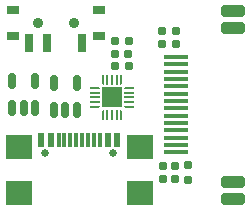
<source format=gbr>
%TF.GenerationSoftware,KiCad,Pcbnew,(6.0.9)*%
%TF.CreationDate,2023-01-31T14:43:12+01:00*%
%TF.ProjectId,keyring_beerclock,6b657972-696e-4675-9f62-656572636c6f,rev?*%
%TF.SameCoordinates,Original*%
%TF.FileFunction,Soldermask,Top*%
%TF.FilePolarity,Negative*%
%FSLAX46Y46*%
G04 Gerber Fmt 4.6, Leading zero omitted, Abs format (unit mm)*
G04 Created by KiCad (PCBNEW (6.0.9)) date 2023-01-31 14:43:12*
%MOMM*%
%LPD*%
G01*
G04 APERTURE LIST*
G04 Aperture macros list*
%AMRoundRect*
0 Rectangle with rounded corners*
0 $1 Rounding radius*
0 $2 $3 $4 $5 $6 $7 $8 $9 X,Y pos of 4 corners*
0 Add a 4 corners polygon primitive as box body*
4,1,4,$2,$3,$4,$5,$6,$7,$8,$9,$2,$3,0*
0 Add four circle primitives for the rounded corners*
1,1,$1+$1,$2,$3*
1,1,$1+$1,$4,$5*
1,1,$1+$1,$6,$7*
1,1,$1+$1,$8,$9*
0 Add four rect primitives between the rounded corners*
20,1,$1+$1,$2,$3,$4,$5,0*
20,1,$1+$1,$4,$5,$6,$7,0*
20,1,$1+$1,$6,$7,$8,$9,0*
20,1,$1+$1,$8,$9,$2,$3,0*%
%AMFreePoly0*
4,1,14,0.085355,0.385355,0.100000,0.350000,0.100000,-0.350000,0.085355,-0.385355,0.050000,-0.400000,0.000711,-0.400000,-0.034644,-0.385355,-0.085355,-0.334644,-0.100000,-0.299289,-0.100000,0.350000,-0.085355,0.385355,-0.050000,0.400000,0.050000,0.400000,0.085355,0.385355,0.085355,0.385355,$1*%
%AMFreePoly1*
4,1,14,0.085355,0.385355,0.100000,0.350000,0.100000,-0.299289,0.085355,-0.334644,0.034644,-0.385355,-0.000711,-0.400000,-0.050000,-0.400000,-0.085355,-0.385355,-0.100000,-0.350000,-0.100000,0.350000,-0.085355,0.385355,-0.050000,0.400000,0.050000,0.400000,0.085355,0.385355,0.085355,0.385355,$1*%
%AMFreePoly2*
4,1,14,0.385355,0.085355,0.400000,0.050000,0.400000,-0.050000,0.385355,-0.085355,0.350000,-0.100000,-0.350000,-0.100000,-0.385355,-0.085355,-0.400000,-0.050000,-0.400000,-0.000711,-0.385355,0.034644,-0.334644,0.085355,-0.299289,0.100000,0.350000,0.100000,0.385355,0.085355,0.385355,0.085355,$1*%
%AMFreePoly3*
4,1,14,0.385355,0.085355,0.400000,0.050000,0.400000,-0.050000,0.385355,-0.085355,0.350000,-0.100000,-0.299289,-0.100000,-0.334644,-0.085355,-0.385355,-0.034644,-0.400000,0.000711,-0.400000,0.050000,-0.385355,0.085355,-0.350000,0.100000,0.350000,0.100000,0.385355,0.085355,0.385355,0.085355,$1*%
%AMFreePoly4*
4,1,14,0.034644,0.385355,0.085355,0.334644,0.100000,0.299289,0.100000,-0.350000,0.085355,-0.385355,0.050000,-0.400000,-0.050000,-0.400000,-0.085355,-0.385355,-0.100000,-0.350000,-0.100000,0.350000,-0.085355,0.385355,-0.050000,0.400000,-0.000711,0.400000,0.034644,0.385355,0.034644,0.385355,$1*%
%AMFreePoly5*
4,1,14,0.085355,0.385355,0.100000,0.350000,0.100000,-0.350000,0.085355,-0.385355,0.050000,-0.400000,-0.050000,-0.400000,-0.085355,-0.385355,-0.100000,-0.350000,-0.100000,0.299289,-0.085355,0.334644,-0.034644,0.385355,0.000711,0.400000,0.050000,0.400000,0.085355,0.385355,0.085355,0.385355,$1*%
%AMFreePoly6*
4,1,14,0.385355,0.085355,0.400000,0.050000,0.400000,0.000711,0.385355,-0.034644,0.334644,-0.085355,0.299289,-0.100000,-0.350000,-0.100000,-0.385355,-0.085355,-0.400000,-0.050000,-0.400000,0.050000,-0.385355,0.085355,-0.350000,0.100000,0.350000,0.100000,0.385355,0.085355,0.385355,0.085355,$1*%
%AMFreePoly7*
4,1,14,0.334644,0.085355,0.385355,0.034644,0.400000,-0.000711,0.400000,-0.050000,0.385355,-0.085355,0.350000,-0.100000,-0.350000,-0.100000,-0.385355,-0.085355,-0.400000,-0.050000,-0.400000,0.050000,-0.385355,0.085355,-0.350000,0.100000,0.299289,0.100000,0.334644,0.085355,0.334644,0.085355,$1*%
G04 Aperture macros list end*
%ADD10R,0.700000X1.500000*%
%ADD11C,0.900000*%
%ADD12R,1.000000X0.800000*%
%ADD13R,1.700000X1.700000*%
%ADD14FreePoly0,270.000000*%
%ADD15RoundRect,0.050000X-0.350000X0.050000X-0.350000X-0.050000X0.350000X-0.050000X0.350000X0.050000X0*%
%ADD16FreePoly1,270.000000*%
%ADD17FreePoly2,270.000000*%
%ADD18RoundRect,0.050000X-0.050000X0.350000X-0.050000X-0.350000X0.050000X-0.350000X0.050000X0.350000X0*%
%ADD19FreePoly3,270.000000*%
%ADD20FreePoly4,270.000000*%
%ADD21FreePoly5,270.000000*%
%ADD22FreePoly6,270.000000*%
%ADD23FreePoly7,270.000000*%
%ADD24RoundRect,0.150000X0.150000X-0.512500X0.150000X0.512500X-0.150000X0.512500X-0.150000X-0.512500X0*%
%ADD25R,2.000000X0.350000*%
%ADD26RoundRect,0.160000X-0.160000X0.197500X-0.160000X-0.197500X0.160000X-0.197500X0.160000X0.197500X0*%
%ADD27R,2.180000X2.000000*%
%ADD28R,0.300000X1.150000*%
%ADD29R,0.600000X1.150000*%
%ADD30C,0.650000*%
%ADD31RoundRect,0.250000X-0.750000X0.250000X-0.750000X-0.250000X0.750000X-0.250000X0.750000X0.250000X0*%
%ADD32RoundRect,0.250000X0.750000X-0.250000X0.750000X0.250000X-0.750000X0.250000X-0.750000X-0.250000X0*%
%ADD33RoundRect,0.155000X-0.212500X-0.155000X0.212500X-0.155000X0.212500X0.155000X-0.212500X0.155000X0*%
%ADD34RoundRect,0.155000X0.212500X0.155000X-0.212500X0.155000X-0.212500X-0.155000X0.212500X-0.155000X0*%
%ADD35RoundRect,0.155000X-0.155000X0.212500X-0.155000X-0.212500X0.155000X-0.212500X0.155000X0.212500X0*%
%ADD36RoundRect,0.155000X0.155000X-0.212500X0.155000X0.212500X-0.155000X0.212500X-0.155000X-0.212500X0*%
G04 APERTURE END LIST*
D10*
%TO.C,SW1*%
X142310000Y-106070000D03*
X143810000Y-106070000D03*
X146810000Y-106070000D03*
D11*
X146060000Y-104310000D03*
X143060000Y-104310000D03*
D12*
X148210000Y-105420000D03*
X140910000Y-103210000D03*
X148210000Y-103210000D03*
X140910000Y-105420000D03*
%TD*%
D13*
%TO.C,U4*%
X149308476Y-110640000D03*
D14*
X150758476Y-109840000D03*
D15*
X150758476Y-110240000D03*
X150758476Y-110640000D03*
X150758476Y-111040000D03*
D16*
X150758476Y-111440000D03*
D17*
X150108476Y-112090000D03*
D18*
X149708476Y-112090000D03*
X149308476Y-112090000D03*
X148908476Y-112090000D03*
D19*
X148508476Y-112090000D03*
D20*
X147858476Y-111440000D03*
D15*
X147858476Y-111040000D03*
X147858476Y-110640000D03*
X147858476Y-110240000D03*
D21*
X147858476Y-109840000D03*
D22*
X148508476Y-109190000D03*
D18*
X148908476Y-109190000D03*
X149308476Y-109190000D03*
X149708476Y-109190000D03*
D23*
X150108476Y-109190000D03*
%TD*%
D24*
%TO.C,U3*%
X144410000Y-111727500D03*
X145360000Y-111727500D03*
X146310000Y-111727500D03*
X146310000Y-109452500D03*
X144410000Y-109452500D03*
%TD*%
%TO.C,U2*%
X140870000Y-111527500D03*
X141820000Y-111527500D03*
X142770000Y-111527500D03*
X142770000Y-109252500D03*
X140870000Y-109252500D03*
%TD*%
D25*
%TO.C,U1*%
X154770000Y-107220000D03*
X154770000Y-107840000D03*
X154770000Y-108460000D03*
X154770000Y-109080000D03*
X154770000Y-109700000D03*
X154770000Y-110320000D03*
X154770000Y-110940000D03*
X154770000Y-111560000D03*
X154770000Y-112180000D03*
X154770000Y-112800000D03*
X154770000Y-113420000D03*
X154770000Y-114040000D03*
X154770000Y-114660000D03*
X154770000Y-115280000D03*
%TD*%
D26*
%TO.C,R2*%
X155720000Y-116402500D03*
X155720000Y-117597500D03*
%TD*%
D27*
%TO.C,J8*%
X151645000Y-114850000D03*
X141425000Y-118750000D03*
X151645000Y-118750000D03*
X141425000Y-114850000D03*
D28*
X144785000Y-114280000D03*
X145785000Y-114280000D03*
X147285000Y-114280000D03*
X148285000Y-114280000D03*
X147785000Y-114280000D03*
X146785000Y-114280000D03*
X146285000Y-114280000D03*
X145285000Y-114280000D03*
D29*
X144135000Y-114280000D03*
X148935000Y-114280000D03*
X149735000Y-114280000D03*
X143335000Y-114280000D03*
D30*
X143645000Y-115350000D03*
X149425000Y-115350000D03*
%TD*%
D31*
%TO.C,J7*%
X159515000Y-119235000D03*
%TD*%
%TO.C,J6*%
X159515000Y-117795000D03*
%TD*%
D32*
%TO.C,J2*%
X159575000Y-103295000D03*
%TD*%
%TO.C,J1*%
X159565000Y-104755000D03*
%TD*%
D33*
%TO.C,C12*%
X150717500Y-107950000D03*
X149582500Y-107950000D03*
%TD*%
%TO.C,C11*%
X150707500Y-106950000D03*
X149572500Y-106950000D03*
%TD*%
D34*
%TO.C,C9*%
X150717500Y-105860000D03*
X149582500Y-105860000D03*
%TD*%
D35*
%TO.C,C6*%
X154670000Y-116412500D03*
X154670000Y-117547500D03*
%TD*%
%TO.C,C5*%
X153650000Y-116412500D03*
X153650000Y-117547500D03*
%TD*%
D36*
%TO.C,C2*%
X153540000Y-106117500D03*
X153540000Y-104982500D03*
%TD*%
%TO.C,C1*%
X154700000Y-106117500D03*
X154700000Y-104982500D03*
%TD*%
M02*

</source>
